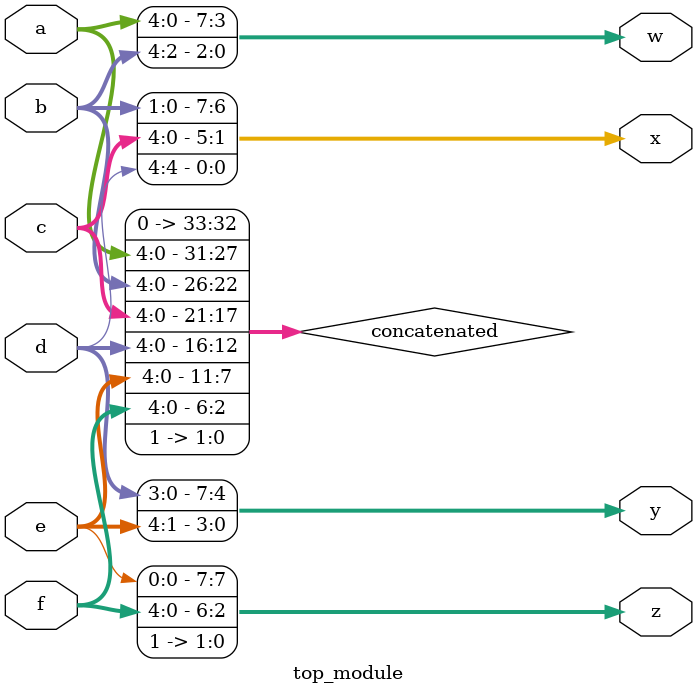
<source format=sv>
module top_module (
    input [4:0] a,
    input [4:0] b,
    input [4:0] c,
    input [4:0] d,
    input [4:0] e,
    input [4:0] f,
    output [7:0] w,
    output [7:0] x,
    output [7:0] y,
    output [7:0] z
);

    wire [33:0] concatenated;

    assign concatenated = {a, b, c, d, e, f, 2'b11};
    assign {w, x, y, z} = concatenated;

endmodule

</source>
